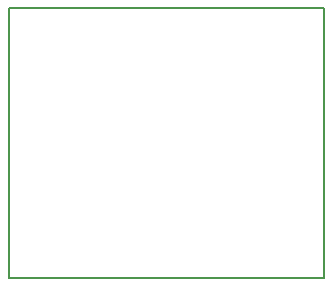
<source format=gbr>
%TF.GenerationSoftware,KiCad,Pcbnew,(6.0.7)*%
%TF.CreationDate,2022-11-13T21:56:09+01:00*%
%TF.ProjectId,LED Matrix,4c454420-4d61-4747-9269-782e6b696361,rev?*%
%TF.SameCoordinates,Original*%
%TF.FileFunction,Profile,NP*%
%FSLAX46Y46*%
G04 Gerber Fmt 4.6, Leading zero omitted, Abs format (unit mm)*
G04 Created by KiCad (PCBNEW (6.0.7)) date 2022-11-13 21:56:09*
%MOMM*%
%LPD*%
G01*
G04 APERTURE LIST*
%TA.AperFunction,Profile*%
%ADD10C,0.200000*%
%TD*%
G04 APERTURE END LIST*
D10*
X109220000Y-78740000D02*
X135890000Y-78740000D01*
X135890000Y-78740000D02*
X135890000Y-101600000D01*
X135890000Y-101600000D02*
X109220000Y-101600000D01*
X109220000Y-101600000D02*
X109220000Y-78740000D01*
M02*

</source>
